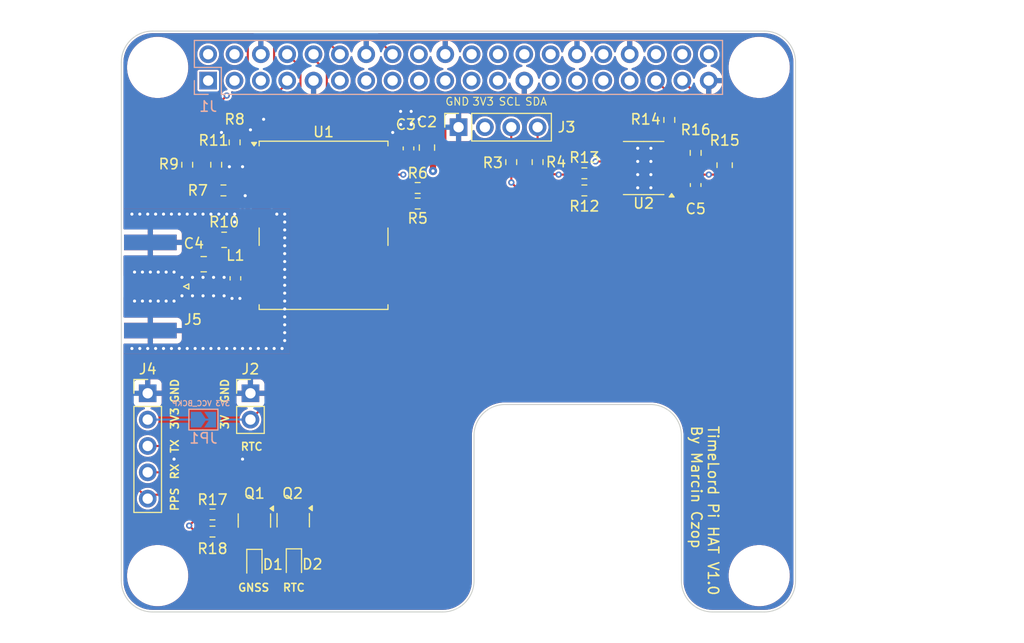
<source format=kicad_pcb>
(kicad_pcb (version 20241229) (generator "pcbnew") (generator_version "9.0")
  (title_block (date "15 nov 2012"))
  (layers (0 "F.Cu" signal) (4 "In1.Cu" signal) (6 "In2.Cu" signal) (2 "B.Cu" signal) (13 "F.Paste" user) (15 "B.Paste" user) (5 "F.SilkS" user "F.Silkscreen") (7 "B.SilkS" user "B.Silkscreen") (1 "F.Mask" user) (3 "B.Mask" user) (25 "Edge.Cuts" user))
  (net 0 "")
  (net 1 "GND")
  (net 2 "/GPIO17")
  (net 3 "/GPIO27")
  (net 4 "/GPIO22")
  (net 5 "/GPIO10{slash}SPI0.MOSI")
  (net 6 "/GPIO9{slash}SPI0.MISO")
  (net 7 "/GPIO25")
  (net 8 "/GPIO11{slash}SPI0.SCLK")
  (net 9 "/GPIO8{slash}SPI0.CE0")
  (net 10 "/GPIO7{slash}SPI0.CE1")
  (net 11 "/ID_SDA")
  (net 12 "/ID_SCL")
  (net 13 "/GPIO5")
  (net 14 "/GPIO6")
  (net 15 "/GPIO12{slash}PWM0")
  (net 16 "/GPIO13{slash}PWM1")
  (net 17 "/GPIO16")
  (net 18 "/GPIO20{slash}PCM.DIN")
  (net 19 "/GPIO21{slash}PCM.DOUT")
  (net 20 "+5V")
  (net 21 "UART_TX")
  (net 22 "+3.3V")
  (net 23 "UART_RX")
  (net 24 "SCL")
  (net 25 "SDA")
  (net 26 "PPS")
  (net 27 "VCC_BCKP")
  (net 28 "RESET")
  (net 29 "SAFEBOOT")
  (net 30 "EXTINT")
  (net 31 "PPS_RTC")
  (net 32 "RTC_RESET")
  (net 33 "Net-(D1-K)")
  (net 34 "Net-(D2-K)")
  (net 35 "Net-(C4-Pad1)")
  (net 36 "Net-(J3-Pin_3)")
  (net 37 "Net-(J3-Pin_4)")
  (net 38 "Net-(J5-In)")
  (net 39 "Net-(U1-TXD)")
  (net 40 "Net-(U1-RXD)")
  (net 41 "Net-(U1-EXTINT)")
  (net 42 "Net-(U1-SAFEBOOT_N)")
  (net 43 "Net-(U1-~{RESET})")
  (net 44 "Net-(U1-VCC_RF)")
  (net 45 "Net-(U1-TIMEPULSE)")
  (net 46 "Net-(U2-SCL)")
  (net 47 "Net-(U2-SDA)")
  (net 48 "Net-(U2-~{RST})")
  (net 49 "Net-(U2-~{INT}{slash}SQW)")
  (net 56 "Net-(D1-A)")
  (net 57 "Net-(D2-A)")
  (footprint "Connector_PinSocket_2.54mm:PinSocket_1x04_P2.54mm_Vertical" (layer "F.Cu") (at 132.512 53.264 90)
    (property "Reference" "J3" (at 0 10.414 180) (layer "F.SilkS"))
    (property "Value" "OLED")
    (pad "1" thru_hole rect (at 0 0 90) (size 1.7 1.7) (drill 1) (layers "*.Cu" "*.Mask") (net 1 "GND"))
    (pad "2" thru_hole oval (at 0 2.54 90) (size 1.7 1.7) (drill 1) (layers "*.Cu" "*.Mask") (net 22 "+3.3V"))
    (pad "3" thru_hole oval (at 0 5.08 90) (size 1.7 1.7) (drill 1) (layers "*.Cu" "*.Mask") (net 36 "Net-(J3-Pin_3)"))
    (pad "4" thru_hole oval (at 0 7.62 90) (size 1.7 1.7) (drill 1) (layers "*.Cu" "*.Mask") (net 37 "Net-(J3-Pin_4)"))
  )
  (footprint "MountingHole:MountingHole_2.7mm_M2.5" (layer "F.Cu") (at 161.5 47.5)
    (property "Reference" "MH2" (hide yes))
    (property "Value" "MountingHole_2.7mm_M2.5" (hide yes))
    (pad "" np_thru_hole circle (at 0 0) (size 2.7 2.7) (drill 2.7) (layers "*.Cu" "*.Mask"))
  )
  (footprint "Resistor_SMD:R_0603_1608Metric" (layer "F.Cu") (at 108.7865 92.253)
    (property "Reference" "R18" (at 0 1.651 0) (layer "F.SilkS"))
    (property "Value" "470")
    (pad "1" smd roundrect (at -0.825 0) (size 0.8 0.95) (layers "F.Cu" "F.Mask" "F.Paste") (net 22 "+3.3V"))
    (pad "2" smd roundrect (at 0.825 0) (size 0.8 0.95) (layers "F.Cu" "F.Mask" "F.Paste") (net 57 "Net-(D2-A)"))
  )
  (footprint "Resistor_SMD:R_0603_1608Metric" (layer "F.Cu") (at 140.132 56.629 -90)
    (property "Reference" "R4" (at 0 -1.778 0) (layer "F.SilkS"))
    (property "Value" "33")
    (pad "1" smd roundrect (at -0.825 0 270) (size 0.8 0.95) (layers "F.Cu" "F.Mask" "F.Paste") (net 37 "Net-(J3-Pin_4)"))
    (pad "2" smd roundrect (at 0.825 0 270) (size 0.8 0.95) (layers "F.Cu" "F.Mask" "F.Paste") (net 25 "SDA"))
  )
  (footprint "Resistor_SMD:R_0603_1608Metric" (layer "F.Cu") (at 155.372 55.741 -90)
    (property "Reference" "R16" (at -2.223 0 180) (layer "F.SilkS"))
    (property "Value" "33")
    (pad "1" smd roundrect (at -0.825 0 270) (size 0.8 0.95) (layers "F.Cu" "F.Mask" "F.Paste") (net 31 "PPS_RTC"))
    (pad "2" smd roundrect (at 0.825 0 270) (size 0.8 0.95) (layers "F.Cu" "F.Mask" "F.Paste") (net 49 "Net-(U2-~{INT}{slash}SQW)"))
  )
  (footprint "Resistor_SMD:R_0603_1608Metric" (layer "F.Cu") (at 108.7865 90.602)
    (property "Reference" "R17" (at 0 -1.43 0) (layer "F.SilkS"))
    (property "Value" "470")
    (pad "1" smd roundrect (at -0.825 0) (size 0.8 0.95) (layers "F.Cu" "F.Mask" "F.Paste") (net 22 "+3.3V"))
    (pad "2" smd roundrect (at 0.825 0) (size 0.8 0.95) (layers "F.Cu" "F.Mask" "F.Paste") (net 56 "Net-(D1-A)"))
  )
  (footprint "Resistor_SMD:R_0603_1608Metric" (layer "F.Cu") (at 137.592 56.629 90)
    (property "Reference" "R3" (at -0.063 -1.778 0) (layer "F.SilkS"))
    (property "Value" "33")
    (pad "1" smd roundrect (at -0.825 0 90) (size 0.8 0.95) (layers "F.Cu" "F.Mask" "F.Paste") (net 24 "SCL"))
    (pad "2" smd roundrect (at 0.825 0 90) (size 0.8 0.95) (layers "F.Cu" "F.Mask" "F.Paste") (net 36 "Net-(J3-Pin_3)"))
  )
  (footprint "Resistor_SMD:R_0603_1608Metric" (layer "F.Cu") (at 109.144 56.883 -90)
    (property "Reference" "R11" (at -2.349 0.254 180) (layer "F.SilkS"))
    (property "Value" "33")
    (pad "1" smd roundrect (at -0.825 0 270) (size 0.8 0.95) (layers "F.Cu" "F.Mask" "F.Paste") (net 26 "PPS"))
    (pad "2" smd roundrect (at 0.825 0 270) (size 0.8 0.95) (layers "F.Cu" "F.Mask" "F.Paste") (net 45 "Net-(U1-TIMEPULSE)"))
  )
  (footprint "Package_TO_SOT_SMD:SOT-23" (layer "F.Cu") (at 116.571 91.1585 -90)
    (property "Reference" "Q2" (at -2.5885 0.061 180) (layer "F.SilkS"))
    (property "Value" "BC846")
    (pad "1" smd roundrect (at -0.9375 -0.95 270) (size 1.475 0.6) (layers "F.Cu" "F.Mask" "F.Paste") (net 31 "PPS_RTC"))
    (pad "2" smd roundrect (at -0.9375 0.95 270) (size 1.475 0.6) (layers "F.Cu" "F.Mask" "F.Paste") (net 1 "GND"))
    (pad "3" smd roundrect (at 0.9375 0 270) (size 1.475 0.6) (layers "F.Cu" "F.Mask" "F.Paste") (net 34 "Net-(D2-K)"))
  )
  (footprint "RF_GPS:ublox_NEO" (layer "F.Cu") (at 119.496 62.724)
    (property "Reference" "U1" (at 0 -9 0) (layer "F.SilkS"))
    (property "Value" "NEO-F10T")
    (pad "1" smd roundrect (at -6 -7) (size 1.8 0.8) (layers "F.Cu" "F.Mask" "F.Paste") (net 42 "Net-(U1-SAFEBOOT_N)"))
    (pad "2" smd roundrect (at -6 -5.9) (size 1.8 0.8) (layers "F.Cu" "F.Mask" "F.Paste"))
    (pad "3" smd roundrect (at -6 -4.8) (size 1.8 0.8) (layers "F.Cu" "F.Mask" "F.Paste") (net 45 "Net-(U1-TIMEPULSE)"))
    (pad "4" smd roundrect (at -6 -3.7) (size 1.8 0.8) (layers "F.Cu" "F.Mask" "F.Paste") (net 41 "Net-(U1-EXTINT)"))
    (pad "5" smd roundrect (at -6 -2.6) (size 1.8 0.8) (layers "F.Cu" "F.Mask" "F.Paste"))
    (pad "6" smd roundrect (at -6 -1.5) (size 1.8 0.8) (layers "F.Cu" "F.Mask" "F.Paste"))
    (pad "7" smd roundrect (at -6 -0.4) (size 1.8 0.8) (layers "F.Cu" "F.Mask" "F.Paste"))
    (pad "8" smd roundrect (at -6 2.6) (size 1.8 0.8) (layers "F.Cu" "F.Mask" "F.Paste") (net 43 "Net-(U1-~{RESET})"))
    (pad "9" smd roundrect (at -6 3.7) (size 1.8 0.8) (layers "F.Cu" "F.Mask" "F.Paste") (net 44 "Net-(U1-VCC_RF)"))
    (pad "10" smd roundrect (at -6 4.8) (size 1.8 0.8) (layers "F.Cu" "F.Mask" "F.Paste") (net 1 "GND"))
    (pad "11" smd roundrect (at -6 5.9) (size 1.8 0.8) (layers "F.Cu" "F.Mask" "F.Paste") (net 38 "Net-(J5-In)"))
    (pad "12" smd roundrect (at -6 7) (size 1.8 0.8) (layers "F.Cu" "F.Mask" "F.Paste") (net 1 "GND"))
    (pad "13" smd roundrect (at 6 7) (size 1.8 0.8) (layers "F.Cu" "F.Mask" "F.Paste") (net 1 "GND"))
    (pad "14" smd roundrect (at 6 5.9) (size 1.8 0.8) (layers "F.Cu" "F.Mask" "F.Paste"))
    (pad "15" smd roundrect (at 6 4.8) (size 1.8 0.8) (layers "F.Cu" "F.Mask" "F.Paste"))
    (pad "16" smd roundrect (at 6 3.7) (size 1.8 0.8) (layers "F.Cu" "F.Mask" "F.Paste"))
    (pad "17" smd roundrect (at 6 2.6) (size 1.8 0.8) (layers "F.Cu" "F.Mask" "F.Paste"))
    (pad "18" smd roundrect (at 6 -0.4) (size 1.8 0.8) (layers "F.Cu" "F.Mask" "F.Paste"))
    (pad "19" smd roundrect (at 6 -1.5) (size 1.8 0.8) (layers "F.Cu" "F.Mask" "F.Paste"))
    (pad "20" smd roundrect (at 6 -2.6) (size 1.8 0.8) (layers "F.Cu" "F.Mask" "F.Paste") (net 39 "Net-(U1-TXD)"))
    (pad "21" smd roundrect (at 6 -3.7) (size 1.8 0.8) (layers "F.Cu" "F.Mask" "F.Paste") (net 40 "Net-(U1-RXD)"))
    (pad "22" smd roundrect (at 6 -4.8) (size 1.8 0.8) (layers "F.Cu" "F.Mask" "F.Paste") (net 27 "VCC_BCKP"))
    (pad "23" smd roundrect (at 6 -5.9) (size 1.8 0.8) (layers "F.Cu" "F.Mask" "F.Paste") (net 22 "+3.3V"))
    (pad "24" smd roundrect (at 6 -7) (size 1.8 0.8) (layers "F.Cu" "F.Mask" "F.Paste") (net 1 "GND"))
  )
  (footprint "Package_SO:SOIC-8_3.9x4.9mm_P1.27mm" (layer "F.Cu") (at 150.357 57.201 180)
    (property "Reference" "U2" (at 0 -3.4 0) (layer "F.SilkS"))
    (property "Value" "DS3232M")
    (pad "1" smd roundrect (at -2.475 -1.905 180) (size 1.95 0.6) (layers "F.Cu" "F.Mask" "F.Paste"))
    (pad "2" smd roundrect (at -2.475 -0.635 180) (size 1.95 0.6) (layers "F.Cu" "F.Mask" "F.Paste") (net 22 "+3.3V"))
    (pad "3" smd roundrect (at -2.475 0.635 180) (size 1.95 0.6) (layers "F.Cu" "F.Mask" "F.Paste") (net 49 "Net-(U2-~{INT}{slash}SQW)"))
    (pad "4" smd roundrect (at -2.475 1.905 180) (size 1.95 0.6) (layers "F.Cu" "F.Mask" "F.Paste") (net 48 "Net-(U2-~{RST})"))
    (pad "5" smd roundrect (at 2.475 1.905 180) (size 1.95 0.6) (layers "F.Cu" "F.Mask" "F.Paste") (net 1 "GND"))
    (pad "6" smd roundrect (at 2.475 0.635 180) (size 1.95 0.6) (layers "F.Cu" "F.Mask" "F.Paste") (net 27 "VCC_BCKP"))
    (pad "7" smd roundrect (at 2.475 -0.635 180) (size 1.95 0.6) (layers "F.Cu" "F.Mask" "F.Paste") (net 47 "Net-(U2-SDA)"))
    (pad "8" smd roundrect (at 2.475 -1.905 180) (size 1.95 0.6) (layers "F.Cu" "F.Mask" "F.Paste") (net 46 "Net-(U2-SCL)"))
  )
  (footprint "Resistor_SMD:R_0805_2012Metric" (layer "F.Cu") (at 158.166 56.9235 -90)
    (property "Reference" "R15" (at -2.3895 0 180) (layer "F.SilkS"))
    (property "Value" "10k")
    (pad "1" smd roundrect (at -0.9125 0 270) (size 1.025 1.4) (layers "F.Cu" "F.Mask" "F.Paste") (roundrect_rratio 0.243902) (net 49 "Net-(U2-~{INT}{slash}SQW)"))
    (pad "2" smd roundrect (at 0.9125 0 270) (size 1.025 1.4) (layers "F.Cu" "F.Mask" "F.Paste") (roundrect_rratio 0.243902) (net 22 "+3.3V"))
  )
  (footprint "MountingHole:MountingHole_2.7mm_M2.5" (layer "F.Cu") (at 103.5 96.5)
    (property "Reference" "MH3" (hide yes))
    (property "Value" "MountingHole_2.7mm_M2.5" (hide yes))
    (pad "" np_thru_hole circle (at 0 0) (size 2.7 2.7) (drill 2.7) (layers "*.Cu" "*.Mask"))
  )
  (footprint "Capacitor_SMD:C_0603_1608Metric" (layer "F.Cu") (at 127.686 55.309 -90)
    (property "Reference" "C3" (at -2.299 0.254 180) (layer "F.SilkS"))
    (property "Value" "1u")
    (pad "1" smd roundrect (at -0.775 0 270) (size 0.9 0.95) (layers "F.Cu" "F.Mask" "F.Paste") (net 1 "GND"))
    (pad "2" smd roundrect (at 0.775 0 270) (size 0.9 0.95) (layers "F.Cu" "F.Mask" "F.Paste") (net 22 "+3.3V"))
  )
  (footprint "Capacitor_SMD:C_0805_2012Metric" (layer "F.Cu") (at 107.94 66.472 180)
    (property "Reference" "C4" (at 0.95 2 0) (layer "F.SilkS"))
    (property "Value" "10n")
    (pad "1" smd roundrect (at -0.95 0 180) (size 1 1.45) (layers "F.Cu" "F.Mask" "F.Paste") (net 35 "Net-(C4-Pad1)"))
    (pad "2" smd roundrect (at 0.95 0 180) (size 1 1.45) (layers "F.Cu" "F.Mask" "F.Paste") (net 1 "GND"))
  )
  (footprint "Resistor_SMD:R_0603_1608Metric" (layer "F.Cu") (at 110.922 54.725 -90)
    (property "Reference" "R8" (at -2.223 0 180) (layer "F.SilkS"))
    (property "Value" "33")
    (pad "1" smd roundrect (at -0.825 0 270) (size 0.8 0.95) (layers "F.Cu" "F.Mask" "F.Paste") (net 29 "SAFEBOOT"))
    (pad "2" smd roundrect (at 0.825 0 270) (size 0.8 0.95) (layers "F.Cu" "F.Mask" "F.Paste") (net 42 "Net-(U1-SAFEBOOT_N)"))
  )
  (footprint "Connector_PinHeader_2.54mm:PinHeader_1x02_P2.54mm_Vertical" (layer "F.Cu") (at 112.446 78.918)
    (property "Reference" "J2" (at 0 -2.33 0) (layer "F.SilkS"))
    (property "Value" "BCKP_PWR")
    (pad "1" thru_hole rect (at 0 0) (size 1.7 1.7) (drill 1) (layers "*.Cu" "*.Mask") (net 1 "GND"))
    (pad "2" thru_hole oval (at 0 2.54) (size 1.7 1.7) (drill 1) (layers "*.Cu" "*.Mask") (net 27 "VCC_BCKP"))
  )
  (footprint "MountingHole:MountingHole_2.7mm_M2.5" (layer "F.Cu") (at 103.5 47.5)
    (property "Reference" "MH1" (hide yes))
    (property "Value" "MountingHole_2.7mm_M2.5" (hide yes))
    (pad "" np_thru_hole circle (at 0 0) (size 2.7 2.7) (drill 2.7) (layers "*.Cu" "*.Mask"))
  )
  (footprint "Resistor_SMD:R_0603_1608Metric" (layer "F.Cu") (at 144.641 59.36)
    (property "Reference" "R12" (at 0 1.524 0) (layer "F.SilkS"))
    (property "Value" "33")
    (pad "1" smd roundrect (at -0.825 0) (size 0.8 0.95) (layers "F.Cu" "F.Mask" "F.Paste") (net 24 "SCL"))
    (pad "2" smd roundrect (at 0.825 0) (size 0.8 0.95) (layers "F.Cu" "F.Mask" "F.Paste") (net 46 "Net-(U2-SCL)"))
  )
  (footprint "Connector_PinHeader_2.54mm:PinHeader_1x05_P2.54mm_Vertical" (layer "F.Cu") (at 102.54 78.918)
    (property "Reference" "J4" (at 0 -2.33 0) (layer "F.SilkS"))
    (property "Value" "EXTERNAL")
    (pad "1" thru_hole rect (at 0 0) (size 1.7 1.7) (drill 1) (layers "*.Cu" "*.Mask") (net 1 "GND"))
    (pad "2" thru_hole oval (at 0 2.54) (size 1.7 1.7) (drill 1) (layers "*.Cu" "*.Mask") (net 22 "+3.3V"))
    (pad "3" thru_hole oval (at 0 5.08) (size 1.7 1.7) (drill 1) (layers "*.Cu" "*.Mask") (net 21 "UART_TX"))
    (pad "4" thru_hole oval (at 0 7.62) (size 1.7 1.7) (drill 1) (layers "*.Cu" "*.Mask") (net 23 "UART_RX"))
    (pad "5" thru_hole oval (at 0 10.16) (size 1.7 1.7) (drill 1) (layers "*.Cu" "*.Mask") (net 26 "PPS"))
  )
  (footprint "Capacitor_SMD:C_0805_2012Metric" (layer "F.Cu") (at 129.464 55.23 -90)
    (property "Reference" "C2" (at -2.474 0 180) (layer "F.SilkS"))
    (property "Value" "22u")
    (pad "1" smd roundrect (at -0.95 0 270) (size 1 1.45) (layers "F.Cu" "F.Mask" "F.Paste") (net 1 "GND"))
    (pad "2" smd roundrect (at 0.95 0 270) (size 1 1.45) (layers "F.Cu" "F.Mask" "F.Paste") (net 22 "+3.3V"))
  )
  (footprint "Resistor_SMD:R_0603_1608Metric" (layer "F.Cu") (at 152.832 52.565 90)
    (property "Reference" "R14" (at 0.063 -2.286 180) (layer "F.SilkS"))
    (property "Value" "33")
    (pad "1" smd roundrect (at -0.825 0 90) (size 0.8 0.95) (layers "F.Cu" "F.Mask" "F.Paste") (net 48 "Net-(U2-~{RST})"))
    (pad "2" smd roundrect (at 0.825 0 90) (size 0.8 0.95) (layers "F.Cu" "F.Mask" "F.Paste") (net 32 "RTC_RESET"))
  )
  (footprint "Inductor_SMD:L_0603_1608Metric" (layer "F.Cu") (at 110.996 67.8365 -90)
    (property "Reference" "L1" (at -2.2125 0 180) (layer "F.SilkS"))
    (property "Value" "47n")
    (pad "1" smd roundrect (at -0.7875 0 270) (size 0.875 0.95) (layers "F.Cu" "F.Mask" "F.Paste") (net 35 "Net-(C4-Pad1)"))
    (pad "2" smd roundrect (at 0.7875 0 270) (size 0.875 0.95) (layers "F.Cu" "F.Mask" "F.Paste") (net 38 "Net-(J5-In)"))
  )
  (footprint "Resistor_SMD:R_0603_1608Metric" (layer "F.Cu") (at 144.641 57.709 180)
    (property "Reference" "R13" (at 0 1.524 0) (layer "F.SilkS"))
    (property "Value" "33")
    (pad "1" smd roundrect (at -0.825 0 180) (size 0.8 0.95) (layers "F.Cu" "F.Mask" "F.Paste") (net 47 "Net-(U2-SDA)"))
    (pad "2" smd roundrect (at 0.825 0 180) (size 0.8 0.95) (layers "F.Cu" "F.Mask" "F.Paste") (net 25 "SDA"))
  )
  (footprint "MountingHole:MountingHole_2.7mm_M2.5" (layer "F.Cu") (at 161.5 96.5)
    (property "Reference" "MH4" (hide yes))
    (property "Value" "MountingHole_2.7mm_M2.5" (hide yes))
    (pad "" np_thru_hole circle (at 0 0) (size 2.7 2.7) (drill 2.7) (layers "*.Cu" "*.Mask"))
  )
  (footprint "LED_SMD:LED_0603_1608Metric" (layer "F.Cu") (at 116.637 95.4025 -90)
    (property "Reference" "D2" (at 0 -1.778 180) (layer "F.SilkS"))
    (property "Value" "LED")
    (pad "1" smd roundrect (at -0.7875 0 270) (size 0.875 0.95) (layers "F.Cu" "F.Mask" "F.Paste") (net 34 "Net-(D2-K)"))
    (pad "2" smd roundrect (at 0.7875 0 270) (size 0.875 0.95) (layers "F.Cu" "F.Mask" "F.Paste") (net 57 "Net-(D2-A)"))
  )
  (footprint "Package_TO_SOT_SMD:SOT-23" (layer "F.Cu") (at 112.827 91.1885 -90)
    (property "Reference" "Q1" (at -2.6185 0 180) (layer "F.SilkS"))
    (property "Value" "BC846")
    (pad "1" smd roundrect (at -0.9375 -0.95 270) (size 1.475 0.6) (layers "F.Cu" "F.Mask" "F.Paste") (net 26 "PPS"))
    (pad "2" smd roundrect (at -0.9375 0.95 270) (size 1.475 0.6) (layers "F.Cu" "F.Mask" "F.Paste") (net 1 "GND"))
    (pad "3" smd roundrect (at 0.9375 0 270) (size 1.475 0.6) (layers "F.Cu" "F.Mask" "F.Paste") (net 33 "Net-(D1-K)"))
  )
  (footprint "LED_SMD:LED_0603_1608Metric" (layer "F.Cu") (at 112.827 95.4535 -90)
    (property "Reference" "D1" (at -0.0255 -1.778 180) (layer "F.SilkS"))
    (property "Value" "LED")
    (pad "1" smd roundrect (at -0.7875 0 270) (size 0.875 0.95) (layers "F.Cu" "F.Mask" "F.Paste") (net 33 "Net-(D1-K)"))
    (pad "2" smd roundrect (at 0.7875 0 270) (size 0.875 0.95) (layers "F.Cu" "F.Mask" "F.Paste") (net 56 "Net-(D1-A)"))
  )
  (footprint "Resistor_SMD:R_0603_1608Metric" (layer "F.Cu") (at 128.571 59.124)
    (property "Reference" "R6" (at 0 -1.43 0) (layer "F.SilkS"))
    (property "Value" "33")
    (pad "1" smd roundrect (at -0.825 0) (size 0.8 0.95) (layers "F.Cu" "F.Mask" "F.Paste") (net 40 "Net-(U1-RXD)"))
    (pad "2" smd roundrect (at 0.825 0) (size 0.8 0.95) (layers "F.Cu" "F.Mask" "F.Paste") (net 21 "UART_TX"))
  )
  (footprint "Resistor_SMD:R_0603_1608Metric" (layer "F.Cu") (at 128.571 60.624 180)
    (property "Reference" "R5" (at 0 -1.43 0) (layer "F.SilkS"))
    (property "Value" "33")
    (pad "1" smd roundrect (at -0.825 0 180) (size 0.8 0.95) (layers "F.Cu" "F.Mask" "F.Paste") (net 23 "UART_RX"))
    (pad "2" smd roundrect (at 0.825 0 180) (size 0.8 0.95) (layers "F.Cu" "F.Mask" "F.Paste") (net 39 "Net-(U1-TXD)"))
  )
  (footprint "Resistor_SMD:R_0805_2012Metric" (layer "F.Cu") (at 109.9085 64.124 180)
    (property "Reference" "R10" (at 0.0025 1.716 0) (layer "F.SilkS"))
    (property "Value" "10")
    (pad "1" smd roundrect (at -0.9125 0 180) (size 1.025 1.4) (layers "F.Cu" "F.Mask" "F.Paste") (roundrect_rratio 0.243902) (net 44 "Net-(U1-VCC_RF)"))
    (pad "2" smd roundrect (at 0.9125 0 180) (size 1.025 1.4) (layers "F.Cu" "F.Mask" "F.Paste") (roundrect_rratio 0.243902) (net 35 "Net-(C4-Pad1)"))
  )
  (footprint "Resistor_SMD:R_0603_1608Metric" (layer "F.Cu") (at 106.35 56.883 90)
    (property "Reference" "R9" (at 0.063 -1.778 180) (layer "F.SilkS"))
    (property "Value" "33")
    (pad "1" smd roundrect (at -0.825 0 90) (size 0.8 0.95) (layers "F.Cu" "F.Mask" "F.Paste") (net 43 "Net-(U1-~{RESET})"))
    (pad "2" smd roundrect (at 0.825 0 90) (size 0.8 0.95) (layers "F.Cu" "F.Mask" "F.Paste") (net 28 "RESET"))
  )
  (footprint "Connector_Coaxial:SMA_Amphenol_132289_EdgeMount" (layer "F.Cu") (at 102.794 68.624 180)
    (property "Reference" "J5" (at -4.108 -3.182 180) (layer "F.SilkS"))
    (property "Value" "SMA")
    (pad "1" smd rect (at 0 0 270) (size 1.5 5.08) (layers "F.Cu" "F.Mask" "F.Paste") (net 38 "Net-(J5-In)"))
    (pad "2" smd rect (at 0 -4.25 270) (size 1.5 5.08) (layers "F.Cu" "F.Mask" "F.Paste") (net 1 "GND"))
    (pad "2" smd rect (at 0 -4.25 270) (size 1.5 5.08) (layers "B.Cu" "B.Mask" "B.Paste") (net 1 "GND"))
    (pad "2" smd rect (at 0 4.25 270) (size 1.5 5.08) (layers "F.Cu" "F.Mask" "F.Paste") (net 1 "GND"))
    (pad "2" smd rect (at 0 4.25 270) (size 1.5 5.08) (layers "B.Cu" "B.Mask" "B.Paste") (net 1 "GND"))
  )
  (footprint "Resistor_SMD:R_0603_1608Metric" (layer "F.Cu") (at 109.843 59.36)
    (property "Reference" "R7" (at -2.477 0 0) (layer "F.SilkS"))
    (property "Value" "33")
    (pad "1" smd roundrect (at -0.825 0) (size 0.8 0.95) (layers "F.Cu" "F.Mask" "F.Paste") (net 30 "EXTINT"))
    (pad "2" smd roundrect (at 0.825 0) (size 0.8 0.95) (layers "F.Cu" "F.Mask" "F.Paste") (net 41 "Net-(U1-EXTINT)"))
  )
  (footprint "Capacitor_SMD:C_0603_1608Metric" (layer "F.Cu") (at 155.372 58.839 -90)
    (property "Reference" "C5" (at 2.299 0 180) (layer "F.SilkS"))
    (property "Value" "1u")
    (pad "1" smd roundrect (at -0.775 0 270) (size 0.9 0.95) (layers "F.Cu" "F.Mask" "F.Paste") (net 22 "+3.3V"))
    (pad "2" smd roundrect (at 0.775 0 270) (size 0.9 0.95) (layers "F.Cu" "F.Mask" "F.Paste") (net 1 "GND"))
  )
  (footprint "Connector_PinSocket_2.54mm:PinSocket_2x20_P2.54mm_Vertical" (layer "B.Cu") (at 108.37 48.77 -90)
    (property "Reference" "J1" (at 2.5 0 0) (layer "B.SilkS") (effects (justify mirror)))
    (property "Value" "GPIO")
    (pad "1" thru_hole rect (at 0 0 270) (size 1.7 1.7) (drill 1) (layers "*.Cu" "*.Mask") (net 22 "+3.3V"))
    (pad "2" thru_hole oval (at -2.54 0 270) (size 1.7 1.7) (drill 1) (layers "*.Cu" "*.Mask") (net 20 "+5V"))
    (pad "3" thru_hole oval (at 0 -2.54 270) (size 1.7 1.7) (drill 1) (layers "*.Cu" "*.Mask") (net 25 "SDA"))
    (pad "4" thru_hole oval (at -2.54 -2.54 270) (size 1.7 1.7) (drill 1) (layers "*.Cu" "*.Mask") (net 20 "+5V"))
    (pad "5" thru_hole oval (at 0 -5.08 270) (size 1.7 1.7) (drill 1) (layers "*.Cu" "*.Mask") (net 24 "SCL"))
    (pad "6" thru_hole oval (at -2.54 -5.08 270) (size 1.7 1.7) (drill 1) (layers "*.Cu" "*.Mask") (net 1 "GND"))
    (pad "7" thru_hole oval (at 0 -7.62 270) (size 1.7 1.7) (drill 1) (layers "*.Cu" "*.Mask") (net 26 "PPS"))
    (pad "8" thru_hole oval (at -2.54 -7.62 270) (size 1.7 1.7) (drill 1) (layers "*.Cu" "*.Mask") (net 21 "UART_TX"))
    (pad "9" thru_hole oval (at 0 -10.16 270) (size 1.7 1.7) (drill 1) (layers "*.Cu" "*.Mask") (net 1 "GND"))
    (pad "10" thru_hole oval (at -2.54 -10.16 270) (size 1.7 1.7) (drill 1) (layers "*.Cu" "*.Mask") (net 23 "UART_RX"))
    (pad "11" thru_hole oval (at 0 -12.7 270) (size 1.7 1.7) (drill 1) (layers "*.Cu" "*.Mask") (net 2 "/GPIO17"))
    (pad "12" thru_hole oval (at -2.54 -12.7 270) (size 1.7 1.7) (drill 1) (layers "*.Cu" "*.Mask") (net 29 "SAFEBOOT"))
    (pad "13" thru_hole oval (at 0 -15.24 270) (size 1.7 1.7) (drill 1) (layers "*.Cu" "*.Mask") (net 3 "/GPIO27"))
    (pad "14" thru_hole oval (at -2.54 -15.24 270) (size 1.7 1.7) (drill 1) (layers "*.Cu" "*.Mask") (net 1 "GND"))
    (pad "15" thru_hole oval (at 0 -17.78 270) (size 1.7 1.7) (drill 1) (layers "*.Cu" "*.Mask") (net 4 "/GPIO22"))
    (pad "16" thru_hole oval (at -2.54 -17.78 270) (size 1.7 1.7) (drill 1) (layers "*.Cu" "*.Mask") (net 30 "EXTINT"))
    (pad "17" thru_hole oval (at 0 -20.32 270) (size 1.7 1.7) (drill 1) (layers "*.Cu" "*.Mask") (net 22 "+3.3V"))
    (pad "18" thru_hole oval (at -2.54 -20.32 270) (size 1.7 1.7) (drill 1) (layers "*.Cu" "*.Mask") (net 28 "RESET"))
    (pad "19" thru_hole oval (at 0 -22.86 270) (size 1.7 1.7) (drill 1) (layers "*.Cu" "*.Mask") (net 5 "/GPIO10{slash}SPI0.MOSI"))
    (pad "20" thru_hole oval (at -2.54 -22.86 270) (size 1.7 1.7) (drill 1) (layers "*.Cu" "*.Mask") (net 1 "GND"))
    (pad "21" thru_hole oval (at 0 -25.4 270) (size 1.7 1.7) (drill 1) (layers "*.Cu" "*.Mask") (net 6 "/GPIO9{slash}SPI0.MISO"))
    (pad "22" thru_hole oval (at -2.54 -25.4 270) (size 1.7 1.7) (drill 1) (layers "*.Cu" "*.Mask") (net 7 "/GPIO25"))
    (pad "23" thru_hole oval (at 0 -27.94 270) (size 1.7 1.7) (drill 1) (layers "*.Cu" "*.Mask") (net 8 "/GPIO11{slash}SPI0.SCLK"))
    (pad "24" thru_hole oval (at -2.54 -27.94 270) (size 1.7 1.7) (drill 1) (layers "*.Cu" "*.Mask") (net 9 "/GPIO8{slash}SPI0.CE0"))
    (pad "25" thru_hole oval (at 0 -30.48 270) (size 1.7 1.7) (drill 1) (layers "*.Cu" "*.Mask") (net 1 "GND"))
    (pad "26" thru_hole oval (at -2.54 -30.48 270) (size 1.7 1.7) (drill 1) (layers "*.Cu" "*.Mask") (net 10 "/GPIO7{slash}SPI0.CE1"))
    (pad "27" thru_hole oval (at 0 -33.02 270) (size 1.7 1.7) (drill 1) (layers "*.Cu" "*.Mask") (net 11 "/ID_SDA"))
    (pad "28" thru_hole oval (at -2.54 -33.02 270) (size 1.7 1.7) (drill 1) (layers "*.Cu" "*.Mask") (net 12 "/ID_SCL"))
    (pad "29" thru_hole oval (at 0 -35.56 270) (size 1.7 1.7) (drill 1) (layers "*.Cu" "*.Mask") (net 13 "/GPIO5"))
    (pad "30" thru_hole oval (at -2.54 -35.56 270) (size 1.7 1.7) (drill 1) (layers "*.Cu" "*.Mask") (net 1 "GND"))
    (pad "31" thru_hole oval (at 0 -38.1 270) (size 1.7 1.7) (drill 1) (layers "*.Cu" "*.Mask") (net 14 "/GPIO6"))
    (pad "32" thru_hole oval (at -2.54 -38.1 270) (size 1.7 1.7) (drill 1) (layers "*.Cu" "*.Mask") (net 15 "/GPIO12{slash}PWM0"))
    (pad "33" thru_hole oval (at 0 -40.64 270) (size 1.7 1.7) (drill 1) (layers "*.Cu" "*.Mask") (net 16 "/GPIO13{slash}PWM1"))
    (pad "34" thru_hole oval (at -2.54 -40.64 270) (size 1.7 1.7) (drill 1) (layers "*.Cu" "*.Mask") (net 1 "GND"))
    (pad "35" thru_hole oval (at 0 -43.18 270) (size 1.7 1.7) (drill 1) (layers "*.Cu" "*.Mask") (net 32 "RTC_RESET"))
    (pad "36" thru_hole oval (at -2.54 -43.18 270) (size 1.7 1.7) (drill 1) (layers "*.Cu" "*.Mask") (net 17 "/GPIO16"))
    (pad "37" thru_hole oval (at 0 -45.72 270) (size 1.7 1.7) (drill 1) (layers "*.Cu" "*.Mask") (net 31 "PPS_RTC"))
    (pad "38" thru_hole oval (at -2.54 -45.72 270) (size 1.7 1.7) (drill 1) (layers "*.Cu" "*.Mask") (net 18 "/GPIO20{slash}PCM.DIN"))
    (pad "39" thru_hole oval (at 0 -48.26 270) (size 1.7 1.7) (drill 1) (layers "*.Cu" "*.Mask") (net 1 "GND"))
    (pad "40" thru_hole oval (at -2.54 -48.26 270) (size 1.7 1.7) (drill 1) (layers "*.Cu" "*.Mask") (net 19 "/GPIO21{slash}PCM.DOUT"))
  )
  (footprint "Jumper:SolderJumper-2_P1.3mm_Open_TrianglePad1.0x1.5mm" (layer "B.Cu") (at 107.911 81.458)
    (property "Reference" "JP1" (at 0 1.8 0) (layer "B.SilkS") (effects (justify mirror)))
    (property "Value" "VCC_BCPK_JMPR")
    (pad "1" smd custom (at -0.725 0) (size 0.3 0.3) (layers "B.Cu" "B.Mask") (net 22 "+3.3V") (options (clearance outline) (anchor rect)) (primitives (gr_poly (pts (xy 1 0) (xy 0.5 -0.75) (xy -0.5 -0.75) (xy -0.5 0.75) (xy 0.5 0.75)) (width 0) (fill yes))))
    (pad "2" smd custom (at 0.725 0) (size 0.3 0.3) (layers "B.Cu" "B.Mask") (net 27 "VCC_BCKP") (options (clearance outline) (anchor rect)) (primitives (gr_poly (pts (xy 0.5 -0.75) (xy -0.65 -0.75) (xy -0.15 0) (xy -0.65 0.75) (xy 0.5 0.75)) (width 0) (fill yes))))
  )
  (gr_arc (start 162 44) (mid 164.12132 44.87868) (end 165 47) (stroke (width 0.1)) (layer "Edge.Cuts"))
  (gr_line (start 165 97) (end 165 47) (stroke (width 0.1)) (layer "Edge.Cuts"))
  (gr_line (start 100 47) (end 100 81) (stroke (width 0.1)) (layer "Edge.Cuts"))
  (gr_line (start 134 97) (end 134 83) (stroke (width 0.1)) (layer "Edge.Cuts"))
  (gr_arc (start 103 100) (mid 100.87868 99.12132) (end 100 97) (stroke (width 0.1)) (layer "Edge.Cuts"))
  (gr_line (start 103 100) (end 131 100) (stroke (width 0.1)) (layer "Edge.Cuts"))
  (gr_arc (start 134 83) (mid 134.87868 80.87868) (end 137 80) (stroke (width 0.1)) (layer "Edge.Cuts"))
  (gr_arc (start 134 97) (mid 133.12132 99.12132) (end 131 100) (stroke (width 0.1)) (layer "Edge.Cuts"))
  (gr_line (start 157 100) (end 162 100) (stroke (width 0.1)) (layer "Edge.Cuts"))
  (gr_arc (start 165 97) (mid 164.12132 99.12132) (end 162 100) (stroke (width 0.1)) (layer "Edge.Cuts"))
  (gr_arc (start 157 100) (mid 154.87868 99.12132) (end 154 97) (stroke (width 0.1)) (layer "Edge.Cuts"))
  (gr_arc (start 100 47) (mid 100.87868 44.87868) (end 103 44) (stroke (width 0.1)) (layer "Edge.Cuts"))
  (gr_line (start 137 80) (end 151 80) (stroke (width 0.1)) (layer "Edge.Cuts"))
  (gr_arc (start 151 80) (mid 153.12132 80.87868) (end 154 83) (stroke (width 0.1)) (layer "Edge.Cuts"))
  (gr_line (start 100 81) (end 100 97) (stroke (width 0.1)) (layer "Edge.Cuts"))
  (gr_line (start 154 97) (end 154 83) (stroke (width 0.1)) (layer "Edge.Cuts"))
  (gr_line (start 162 44) (end 103 44) (stroke (width 0.1)) (layer "Edge.Cuts"))
  (gr_text "GNSS" (at 111.176 98.095 0) (layer "F.SilkS") (effects (font (size 0.75 0.75) (thickness 0.15) (bold yes)) (justify left bottom)))
  (gr_text "3V" (at 110.414 82.474 90) (layer "F.SilkS") (effects (font (size 0.75 0.75) (thickness 0.15) (bold yes)) (justify left bottom)))
  (gr_text "RTC\n" (at 111.43 84.506 0) (layer "F.SilkS") (effects (font (size 0.75 0.75) (thickness 0.15) (bold yes)) (justify left bottom)))
  (gr_text "RTC" (at 115.494 98.095 0) (layer "F.SilkS") (effects (font (size 0.75 0.75) (thickness 0.15) (bold yes)) (justify left bottom)))
  (gr_text "GND" (at 131.182 51.232 0) (layer "F.SilkS") (effects (font (size 0.75 0.75) (thickness 0.1)) (justify left bottom)))
  (gr_text "GND" (at 105.588 79.934 90) (layer "F.SilkS") (effects (font (size 0.75 0.75) (thickness 0.15) (bold yes)) (justify left bottom)))
  (gr_text "PPS" (at 105.588 90.348 90) (layer "F.SilkS") (effects (font (size 0.75 0.75) (thickness 0.15) (bold yes)) (justify left bottom)))
  (gr_text "SCL" (at 136.322 51.232 0) (layer "F.SilkS") (effects (font (size 0.75 0.75) (thickness 0.1)) (justify left bottom)))
  (gr_text "3V3\n" (at 133.782 51.232 0) (layer "F.SilkS") (effects (font (size 0.75 0.75) (thickness 0.1)) (justify left bottom)))
  (gr_text "GND" (at 110.414 79.934 90) (layer "F.SilkS") (effects (font (size 0.75 0.75) (thickness 0.15) (bold yes)) (justify left bottom)))
  (gr_text "SDA" (at 138.862 51.232 0) (layer "F.SilkS") (effects (font (size 0.75 0.75) (thickness 0.1)) (justify left bottom)))
  (gr_text "TX\n" (at 105.588 84.76 90) (layer "F.SilkS") (effects (font (size 0.75 0.75) (thickness 0.15) (bold yes)) (justify left bottom)))
  (gr_text "TimeLord Pi HAT V1.0\nBy Marcin Czop" (at 154.864 81.966 270) (layer "F.SilkS") (effects (font (size 1 1)) (justify left bottom)))
  (gr_text "3V3" (at 105.588 82.474 90) (layer "F.SilkS") (effects (font (size 0.75 0.75) (thickness 0.15) (bold yes)) (justify left bottom)))
  (gr_text "RX\n" (at 105.588 87.3 90) (layer "F.SilkS") (effects (font (size 0.75 0.75) (thickness 0.15) (bold yes)) (justify left bottom)))
  (gr_text "3V3 VCC_BCKP" (at 104.826 80.188 0) (layer "B.SilkS") (effects (font (size 0.5 0.5) (thickness 0.1) (bold yes)) (justify right bottom mirror)))
  (via (at 114.986 61.646) (size 0.6) (drill 0.3) (layers "F.Cu" "B.Cu") (net 1))
  (via (at 107.874 67.742) (size 0.6) (drill 0.3) (layers "F.Cu" "B.Cu") (net 1))
  (via (at 111.43 69.774) (size 0.6) (drill 0.3) (layers "F.Cu" "B.Cu") (net 1))
  (via (at 126.924 51.74) (size 0.6) (drill 0.3) (layers "F.Cu" "B.Cu") (net 1))
  (via (at 109.398 61.646) (size 0.6) (drill 0.3) (layers "F.Cu" "B.Cu") (net 1))
  (via (at 128.702 52.502) (size 0.6) (drill 0.3) (layers "F.Cu" "B.Cu") (net 1))
  (via (at 110.414 57.074) (size 0.6) (drill 0.3) (layers "F.Cu" "B.Cu") (net 1))
  (via (at 105.08 70.028) (size 0.6) (drill 0.3) (layers "F.Cu" "B.Cu") (net 1))
  (via (at 111.684 74.6) (size 0.6) (drill 0.3) (layers "F.Cu" "B.Cu") (net 1))
  (via (at 111.684 85.268) (size 0.6) (drill 0.3) (layers "F.Cu" "B.Cu") (net 1))
  (via (at 101.27 67.234) (size 0.6) (drill 0.3) (layers "F.Cu" "B.Cu") (net 1))
  (via (at 105.842 67.742) (size 0.6) (drill 0.3) (layers "F.Cu" "B.Cu") (net 1))
  (via (at 109.906 67.742) (size 0.6) (drill 0.3) (layers "F.Cu" "B.Cu") (net 1))
  (via (at 151.054 57.836) (size 0.6) (drill 0.3) (layers "F.Cu" "B.Cu") (net 1))
  (via (at 115.748 72.314) (size 0.6) (drill 0.3) (layers "F.Cu" "B.Cu") (net 1))
  (via (at 101.016 74.6) (size 0.6) (drill 0.3) (layers "F.Cu" "B.Cu") (net 1))
  (via (at 109.398 74.6) (size 0.6) (drill 0.3) (layers "F.Cu" "B.Cu") (net 1))
  (via (at 104.826 74.6) (size 0.6) (drill 0.3) (layers "F.Cu" "B.Cu") (net 1))
  (via (at 102.54 61.646) (size 0.6) (drill 0.3) (layers "F.Cu" "B.Cu") (net 1))
  (via (at 115.748 70.79) (size 0.6) (drill 0.3) (layers "F.Cu" "B.Cu") (net 1))
  (via (at 101.27 70.028) (size 0.6) (drill 0.3) (layers "F.Cu" "B.Cu") (net 1))
  (via (at 115.748 73.838) (size 0.6) (drill 0.3) (layers "F.Cu" "B.Cu") (net 1))
  (via (at 115.748 66.218) (size 0.6) (drill 0.3) (layers "F.Cu" "B.Cu") (net 1))
  (via (at 151.054 56.566) (size 0.6) (drill 0.3) (layers "F.Cu" "B.Cu") (net 1))
  (via (at 106.35 61.646) (size 0.6) (drill 0.3) (layers "F.Cu" "B.Cu") (net 1))
  (via (at 112.446 53.518) (size 0.6) (drill 0.3) (layers "F.Cu" "B.Cu") (net 1))
  (via (at 108.89 67.742) (size 0.6) (drill 0.3) (layers "F.Cu" "B.Cu") (net 1))
  (via (at 115.748 61.646) (size 0.6) (drill 0.3) (layers "F.Cu" "B.Cu") (net 1))
  (via (at 151.054 59.106) (size 0.6) (drill 0.3) (layers "F.Cu" "B.Cu") (net 1))
  (via (at 105.08 85.268) (size 0.6) (drill 0.3) (layers "F.Cu" "B.Cu") (net 1))
  (via (at 115.748 63.17) (size 0.6) (drill 0.3) (layers "F.Cu" "B.Cu") (net 1))
  (via (at 115.494 74.6) (size 0.6) (drill 0.3) (layers "F.Cu" "B.Cu") (net 1))
  (via (at 105.588 74.6) (size 0.6) (drill 0.3) (layers "F.Cu" "B.Cu") (net 1))
  (via (at 106.858 67.742) (size 0.6) (drill 0.3) (layers "F.Cu" "B.Cu") (net 1))
  (via (at 101.778 74.6) (size 0.6) (drill 0.3) (layers "F.Cu" "B.Cu") (net 1))
  (via (at 105.842 69.52) (size 0.6) (drill 0.3) (layers "F.Cu" "B.Cu") (net 1))
  (via (at 109.906 69.52) (size 0.6) (drill 0.3) (layers "F.Cu" "B.Cu") (net 1))
  (via (at 115.748 70.028) (size 0.6) (drill 0.3) (layers "F.Cu" "B.Cu") (net 1))
  (via (at 106.858 69.52) (size 0.6) (drill 0.3) (layers "F.Cu" "B.Cu") (net 1))
  (via (at 149.784 56.566) (size 0.6) (drill 0.3) (layers "F.Cu" "B.Cu") (net 1))
  (via (at 102.032 67.234) (size 0.6) (drill 0.3) (layers "F.Cu" "B.Cu") (net 1))
  (via (at 115.748 64.694) (size 0.6) (drill 0.3) (layers "F.Cu" "B.Cu") (net 1))
  (via (at 115.748 67.742) (size 0.6) (drill 0.3) (layers "F.Cu" "B.Cu") (net 1))
  (via (at 108.636 61.646) (size 0.6) (drill 0.3) (layers "F.Cu" "B.Cu") (net 1))
  (via (at 102.794 70.028) (size 0.6) (drill 0.3) (layers "F.Cu" "B.Cu") (net 1))
  (via (at 112.446 74.6) (size 0.6) (drill 0.3) (layers "F.Cu" "B.Cu") (net 1))
  (via (at 110.16 74.6) (size 0.6) (drill 0.3) (layers "F.Cu" "B.Cu") (net 1))
  (via (at 104.064 74.6) (size 0.6) (drill 0.3) (layers "F.Cu" "B.Cu") (net 1))
  (via (at 106.35 74.6) (size 0.6) (drill 0.3) (layers "F.Cu" "B.Cu") (net 1))
  (via (at 111.938 59.868) (size 0.6) (drill 0.3) (layers "F.Cu" "B.Cu") (net 1))
  (via (at 104.064 61.646) (size 0.6) (drill 0.3) (layers "F.Cu" "B.Cu") (net 1))
  (via (at 114.732 74.6) (size 0.6) (drill 0.3) (layers "F.Cu" "B.Cu") (net 1))
  (via (at 109.652 53.772) (size 0.6) (drill 0.3) (layers "F.Cu" "B.Cu") (net 1))
  (via (at 110.668 69.774) (size 0.6) (drill 0.3) (layers "F.Cu" "B.Cu") (net 1))
  (via (at 102.54 74.6) (size 0.6) (drill 0.3) (layers "F.Cu" "B.Cu") (net 1))
  (via (at 115.748 66.98) (size 0.6) (drill 0.3) (layers "F.Cu" "B.Cu") (net 1))
  (via (at 149.784 55.296) (size 0.6) (drill 0.3) (layers "F.Cu" "B.Cu") (net 1))
  (via (at 111.684 57.074) (size 0.6) (drill 0.3) (layers "F.Cu" "B.Cu") (net 1))
  (via (at 115.748 71.552) (size 0.6) (drill 0.3) (layers "F.Cu" "B.Cu") (net 1))
  (via (at 103.556 70.028) (size 0.6) (drill 0.3) (layers "F.Cu" "B.Cu") (net 1))
  (via (at 105.588 61.646) (size 0.6) (drill 0.3) (layers "F.Cu" "B.Cu") (net 1))
  (via (at 110.922 62.408) (size 0.6) (drill 0.3) (layers "F.Cu" "B.Cu") (net 1))
  (via (at 105.08 67.234) (size 0.6) (drill 0.3) (layers "F.Cu" "B.Cu") (net 1))
  (via (at 107.112 61.646) (size 0.6) (drill 0.3) (layers "F.Cu" "B.Cu") (net 1))
  (via (at 110.16 61.646) (size 0.6) (drill 0.3) (layers "F.Cu" "B.Cu") (net 1))
  (via (at 126.924 53.01) (size 0.6) (drill 0.3) (layers "F.Cu" "B.Cu") (net 1))
  (via (at 102.032 70.028) (size 0.6) (drill 0.3) (layers "F.Cu" "B.Cu") (net 1))
  (via (at 149.784 57.836) (size 0.6) (drill 0.3) (layers "F.Cu" "B.Cu") (net 1))
  (via (at 115.748 73.076) (size 0.6) (drill 0.3) (layers "F.Cu" "B.Cu") (net 1))
  (via (at 107.874 61.646) (size 0.6) (drill 0.3) (layers "F.Cu" "B.Cu") (net 1))
  (via (at 101.778 61.646) (size 0.6) (drill 0.3) (layers "F.Cu" "B.Cu") (net 1))
  (via (at 104.318 70.028) (size 0.6) (drill 0.3) (layers "F.Cu" "B.Cu") (net 1))
  (via (at 115.748 65.456) (size 0.6) (drill 0.3) (layers "F.Cu" "B.Cu") (net 1))
  (via (at 104.826 61.646) (size 0.6) (drill 0.3) (layers "F.Cu" "B.Cu") (net 1))
  (via (at 110.922 74.6) (size 0.6) (drill 0.3) (layers "F.Cu" "B.Cu") (net 1))
  (via (at 115.748 62.408) (size 0.6) (drill 0.3) (layers "F.Cu" "B.Cu") (net 1))
  (via (at 107.112 74.6) (size 0.6) (drill 0.3) (layers "F.Cu" "B.Cu") (net 1))
  (via (at 101.016 61.646) (size 0.6) (drill 0.3) (layers "F.Cu" "B.Cu") (net 1))
  (via (at 110.922 61.646) (size 0.6) (drill 0.3) (layers "F.Cu" "B.Cu") (net 1))
  (via (at 149.784 59.106) (size 0.6) (drill 0.3) (layers "F.Cu" "B.Cu") (net 1))
  (via (at 107.874 74.6) (size 0.6) (drill 0.3) (layers "F.Cu" "B.Cu") (net 1))
  (via (at 103.556 67.234) (size 0.6) (drill 0.3) (layers "F.Cu" "B.Cu") (net 1))
  (via (at 103.302 74.6) (size 0.6) (drill 0.3) (layers "F.Cu" "B.Cu") (net 1))
  (via (at 108.89 69.52) (size 0.6) (drill 0.3) (layers "F.Cu" "B.Cu") (net 1))
  (via (at 127.94 51.74) (size 0.6) (drill 0.3) (layers "F.Cu" "B.Cu") (net 1))
  (via (at 151.054 55.296) (size 0.6) (drill 0.3) (layers "F.Cu" "B.Cu") (net 1))
  (via (at 115.748 68.504) (size 0.6) (drill 0.3) (layers "F.Cu" "B.Cu") (net 1))
  (via (at 102.794 67.234) (size 0.6) (drill 0.3) (layers "F.Cu" "B.Cu") (net 1))
  (via (at 107.874 69.52) (size 0.6) (drill 0.3) (layers "F.Cu" "B.Cu") (net 1))
  (via (at 126.162 53.772) (size 0.6) (drill 0.3) (layers "F.Cu" "B.Cu") (net 1))
  (via (at 103.302 61.646) (size 0.6) (drill 0.3) (layers "F.Cu" "B.Cu") (net 1))
  (via (at 115.748 63.932) (size 0.6) (drill 0.3) (layers "F.Cu" "B.Cu") (net 1))
  (via (at 127.94 53.01) (size 0.6) (drill 0.3) (layers "F.Cu" "B.Cu") (net 1))
  (via (at 113.97 74.6) (size 0.6) (drill 0.3) (layers "F.Cu" "B.Cu") (net 1))
  (via (at 113.208 74.6) (size 0.6) (drill 0.3) (layers "F.Cu" "B.Cu") (net 1))
  (via (at 115.748 69.266) (size 0.6) (drill 0.3) (layers "F.Cu" "B.Cu") (net 1))
  (via (at 113.716 52.502) (size 0.6) (drill 0.3) (layers "F.Cu" "B.Cu") (net 1))
  (via (at 104.318 67.234) (size 0.6) (drill 0.3) (layers "F.Cu" "B.Cu") (net 1))
  (via (at 108.636 74.6) (size 0.6) (drill 0.3) (layers "F.Cu" "B.Cu") (net 1))
  (segment (start 129.396 59.124) (end 130.841 57.679) (width 0.2) (layer "F.Cu") (net 21))
  (segment (start 118.288 50.724) (end 117.267 49.703) (width 0.2) (layer "F.Cu") (net 21))
  (segment (start 130.841 57.679) (end 130.841 53.4301) (width 0.2) (layer "F.Cu") (net 21))
  (segment (start 128.695 59.825) (end 129.396 59.124) (width 0.2) (layer "F.Cu") (net 21))
  (segment (start 114.1649 83.998) (end 128.695 69.4679) (width 0.2) (layer "F.Cu") (net 21))
  (segment (start 128.695 69.4679) (end 128.695 59.825) (width 0.2) (layer "F.Cu") (net 21))
  (segment (start 102.54 83.998) (end 114.1649 83.998) (width 0.2) (layer "F.Cu") (net 21))
  (segment (start 117.267 47.485) (end 116.116 46.334) (width 0.2) (layer "F.Cu") (net 21))
  (segment (start 128.1349 50.724) (end 118.288 50.724) (width 0.2) (layer "F.Cu") (net 21))
  (segment (start 130.841 53.4301) (end 128.1349 50.724) (width 0.2) (layer "F.Cu") (net 21))
  (segment (start 117.267 49.703) (end 117.267 47.485) (width 0.2) (layer "F.Cu") (net 21))
  (segment (start 106.5405 91.6815) (end 107.112 92.253) (width 0.2) (layer "F.Cu") (net 22))
  (segment (start 107.62 90.602) (end 107.9615 90.602) (width 0.2) (layer "F.Cu") (net 22))
  (segment (start 127.782 56.18) (end 127.686 56.084) (width 0.2) (layer "F.Cu") (net 22))
  (segment (start 126.946 56.824) (end 125.496 56.824) (width 0.6) (layer "F.Cu") (net 22))
  (segment (start 125.5 56.82) (end 125.496 56.824) (width 0.2) (layer "F.Cu") (net 22))
  (segment (start 106.5405 91.6815) (end 107.62 90.602) (width 0.2) (layer "F.Cu") (net 22))
  (segment (start 156.642 57.836) (end 152.832 57.836) (width 0.2) (layer "F.Cu") (net 22))
  (segment (start 130.044525 56.760525) (end 129.464 56.18) (width 0.6) (layer "F.Cu") (net 22))
  (segment (start 130.044525 57.485525) (end 130.044525 56.760525) (width 0.6) (layer "F.Cu") (net 22))
  (segment (start 127.686 56.084) (end 126.946 56.824) (width 0.6) (layer "F.Cu") (net 22))
  (segment (start 107.112 92.253) (end 107.9615 92.253) (width 0.2) (layer "F.Cu") (net 22))
  (segment (start 129.464 56.18) (end 127.782 56.18) (width 0.6) (layer "F.Cu") (net 22))
  (segment (start 156.642 57.836) (end 158.166 57.836) (width 0.2) (layer "F.Cu") (net 22))
  (via (at 106.5405 91.6815) (size 0.6) (drill 0.3) (layers "F.Cu" "B.Cu") (net 22))
  (via (at 156.642 57.836) (size 0.6) (drill 0.3) (layers "F.Cu" "B.Cu") (net 22))
  (via (at 130.044525 57.485525) (size 0.8) (drill 0.3) (layers "F.Cu" "B.Cu") (net 22))
  (segment (start 108.456 81.458) (end 102.54 81.458) (width 0.2) (layer "B.Cu") (net 22))
  (segment (start 131.242 58.778) (end 131.242 53.264) (width 0.2) (layer "F.Cu") (net 23))
  (segment (start 128.8611 69.8689) (end 128.956 69.774) (width 0.2) (layer "F.Cu") (net 23))
  (segment (start 128.301 50.323) (end 120.681 50.323) (width 0.2) (layer "F.Cu") (net 23))
  (segment (start 119.812 47.93) (end 118.656 46.774) (width 0.2) (layer "F.Cu") (net 23))
  (segment (start 114.5659 84.1641) (end 128.8611 69.8689) (width 0.2) (layer "F.Cu") (net 23))
  (segment (start 129.096 60.924) (end 129.396 60.624) (width 0.2) (layer "F.Cu") (net 23))
  (segment (start 102.54 86.538) (end 112.192 86.538) (width 0.2) (layer "F.Cu") (net 23))
  (segment (start 112.192 86.538) (end 114.331 84.399) (width 0.2) (layer "F.Cu") (net 23))
  (segment (start 119.812 49.454) (end 119.812 47.93) (width 0.2) (layer "F.Cu") (net 23))
  (segment (start 129.396 60.624) (end 131.242 58.778) (width 0.2) (layer "F.Cu") (net 23))
  (segment (start 128.956 69.774) (end 129.096 69.634) (width 0.2) (layer "F.Cu") (net 23))
  (segment (start 131.242 53.264) (end 128.301 50.323) (width 0.2) (layer "F.Cu") (net 23))
  (segment (start 120.681 50.323) (end 119.812 49.454) (width 0.2) (layer "F.Cu") (net 23))
  (segment (start 129.096 69.3018) (end 129.096 60.924) (width 0.2) (layer "F.Cu") (net 23))
  (segment (start 129.096 69.634) (end 129.096 69.3018) (width 0.2) (layer "F.Cu") (net 23))
  (segment (start 114.331 84.399) (end 114.5659 84.1641) (width 0.2) (layer "F.Cu") (net 23))
  (segment (start 118.656 46.774) (end 118.656 46.334) (width 0.2) (layer "F.Cu") (net 23))
  (segment (start 137.6 57.462) (end 137.592 57.454) (width 0.2) (layer "F.Cu") (net 24))
  (segment (start 137.6 58.598) (end 138.362 59.36) (width 0.2) (layer "F.Cu") (net 24))
  (segment (start 138.362 59.36) (end 143.816 59.36) (width 0.2) (layer "F.Cu") (net 24))
  (segment (start 137.6 58.598) (end 137.6 57.462) (width 0.2) (layer "F.Cu") (net 24))
  (via (at 137.6 58.598) (size 0.6) (drill 0.3) (layers "F.Cu" "B.Cu") (net 24))
  (segment (start 142.164 57.836) (end 143.816 57.836) (width 0.2) (layer "F.Cu") (net 25))
  (segment (start 142.164 57.836) (end 141.91 57.836) (width 0.2) (layer "F.Cu") (net 25))
  (segment (start 141.91 57.836) (end 141.874 57.8) (width 0.2) (layer "F.Cu") (net 25))
  (segment (start 140.278 57.6) (end 140.132 57.454) (width 0.2) (layer "F.Cu") (net 25))
  (segment (start 140.9 57.8) (end 140.7 57.6) (width 0.2) (layer "F.Cu") (net 25))
  (segment (start 140.7 57.6) (end 140.278 57.6) (width 0.2) (layer "F.Cu") (net 25))
  (segment (start 141.874 57.8) (end 140.9 57.8) (width 0.2) (layer "F.Cu") (net 25))
  (via (at 142.164 57.836) (size 0.6) (drill 0.3) (layers "F.Cu" "B.Cu") (net 25))
  (segment (start 116.256 75.87) (end 117.018 75.108) (width 0.2) (layer "F.Cu") (net 26))
  (segment (start 101.524 75.87) (end 116.256 75.87) (width 0.2) (layer "F.Cu") (net 26))
  (segment (start 102.921 88.697) (end 112.223 88.697) (width 0.2) (layer "F.Cu") (net 26))
  (segment (start 109.144 56.058) (end 110.601 54.601) (width 0.2) (layer "F.Cu") (net 26))
  (segment (start 100.762 87.3) (end 100.762 76.632) (width 0.2) (layer "F.Cu") (net 26))
  (segment (start 102.54 89.078) (end 100.762 87.3) (width 0.2) (layer "F.Cu") (net 26))
  (segment (start 115.053 49.937) (end 115.053 54.601) (width 0.2) (layer "F.Cu") (net 26))
  (segment (start 102.54 89.078) (end 102.921 88.697) (width 0.2) (layer "F.Cu") (net 26))
  (segment (start 117.018 56.566) (end 115.053 54.601) (width 0.2) (layer "F.Cu") (net 26))
  (segment (start 117.018 75.108) (end 117.018 56.566) (width 0.2) (layer "F.Cu") (net 26))
  (segment (start 112.223 88.697) (end 113.777 90.251) (width 0.2) (layer "F.Cu") (net 26))
  (segment (start 100.762 76.632) (end 101.524 75.87) (width 0.2) (layer "F.Cu") (net 26))
  (segment (start 110.601 54.601) (end 115.053 54.601) (width 0.2) (layer "F.Cu") (net 26))
  (segment (start 116.116 48.874) (end 115.053 49.937) (width 0.2) (layer "F.Cu") (net 26))
  (segment (start 125.584 57.836) (end 125.496 57.924) (width 0.2) (layer "F.Cu") (net 27))
  (segment (start 145.72 56.566) (end 147.882 56.566) (width 0.2) (layer "F.Cu") (net 27))
  (segment (start 117.419 76.485) (end 117.419 65.101) (width 0.2) (layer "F.Cu") (net 27))
  (segment (start 124.596 57.924) (end 125.496 57.924) (width 0.2) (layer "F.Cu") (net 27))
  (segment (start 127.178 57.836) (end 125.584 57.836) (width 0.2) (layer "F.Cu") (net 27))
  (segment (start 117.419 65.101) (end 124.596 57.924) (width 0.2) (layer "F.Cu") (net 27))
  (segment (start 112.446 81.458) (end 117.419 76.485) (width 0.2) (layer "F.Cu") (net 27))
  (via (at 127.178 57.836) (size 0.6) (drill 0.3) (layers "F.Cu" "B.Cu") (net 27))
  (via (at 145.72 56.566) (size 0.6) (drill 0.3) (layers "F.Cu" "B.Cu") (net 27))
  (segment (start 109.906 81.458) (end 112.446 81.458) (width 0.2) (layer "B.Cu") (net 27))
  (segment (start 106.35 54.026) (end 106.35 56.058) (width 0.2) (layer "F.Cu") (net 28))
  (segment (start 110.16 50.216) (end 106.35 54.026) (width 0.2) (layer "F.Cu") (net 28))
  (via (at 110.16 50.216) (size 0.6) (drill 0.3) (layers "F.Cu" "B.Cu") (net 28))
  (segment (start 115.494 44.882) (end 114.727 45.649) (width 0.2) (layer "F.Cu") (net 29))
  (segment (start 121.196 46.334) (end 119.744 44.882) (width 0.2) (layer "F.Cu") (net 29))
  (segment (start 110.922 53.264) (end 110.922 53.9) (width 0.2) (layer "F.Cu") (net 29))
  (segment (start 119.744 44.882) (end 115.494 44.882) (width 0.2) (layer "F.Cu") (net 29))
  (segment (start 114.727 45.649) (end 114.727 49.459) (width 0.2) (layer "F.Cu") (net 29))
  (segment (start 114.727 49.459) (end 110.922 53.264) (width 0.2) (layer "F.Cu") (net 29))
  (segment (start 113.208 44.374) (end 124.316 44.374) (width 0.2) (layer "F.Cu") (net 30))
  (segment (start 124.316 44.374) (end 126.276 46.334) (width 0.2) (layer "F.Cu") (net 30))
  (segment (start 112.192 45.39) (end 113.208 44.374) (width 0.2) (layer "F.Cu") (net 30))
  (segment (start 109.018 59.36) (end 108.827 59.36) (width 0.2) (layer "F.Cu") (net 30))
  (segment (start 112.192 49.962) (end 112.192 45.39) (width 0.2) (layer "F.Cu") (net 30))
  (segment (start 107.62 58.153) (end 107.62 54.534) (width 0.2) (layer "F.Cu") (net 30))
  (segment (start 107.62 54.534) (end 112.192 49.962) (width 0.2) (layer "F.Cu") (net 30))
  (segment (start 108.827 59.36) (end 107.62 58.153) (width 0.2) (layer "F.Cu") (net 30))
  (segment (start 145.72 52.629) (end 153.848 52.629) (width 0.2) (layer "F.Cu") (net 31))
  (segment (start 141.783 56.566) (end 145.72 52.629) (width 0.2) (layer "F.Cu") (net 31))
  (segment (start 155.372 50.03) (end 154.216 48.874) (width 0.2) (layer "F.Cu") (net 31))
  (segment (start 153.848 52.629) (end 155.372 54.153) (width 0.2) (layer "F.Cu") (net 31))
  (segment (start 129.497 69.8001) (end 129.497 62.375) (width 0.2) (layer "F.Cu") (net 31))
  (segment (start 117.521 90.221) (end 117.521 81.7761) (width 0.2) (layer "F.Cu") (net 31))
  (segment (start 135.306 56.566) (end 141.783 56.566) (width 0.2) (layer "F.Cu") (net 31))
  (segment (start 155.372 54.916) (end 155.372 50.03) (width 0.2) (layer "F.Cu") (net 31))
  (segment (start 155.372 54.153) (end 155.372 54.916) (width 0.2) (layer "F.Cu") (net 31))
  (segment (start 129.497 62.375) (end 135.306 56.566) (width 0.2) (layer "F.Cu") (net 31))
  (segment (start 117.521 81.7761) (end 129.497 69.8001) (width 0.2) (layer "F.Cu") (net 31))
  (segment (start 152.832 51.74) (end 152.832 50.03) (width 0.2) (layer "F.Cu") (net 32))
  (segment (start 152.832 50.03) (end 151.676 48.874) (width 0.2) (layer "F.Cu") (net 32))
  (segment (start 112.827 94.666) (end 112.827 92.126) (width 0.2) (layer "F.Cu") (net 33))
  (segment (start 116.571 94.554) (end 116.51 94.615) (width 0.2) (layer "F.Cu") (net 34))
  (segment (start 116.571 92.096) (end 116.571 94.554) (width 0.2) (layer "F.Cu") (net 34))
  (segment (start 108.996 64.124) (end 108.996 66.366) (width 0.2) (layer "F.Cu") (net 35))
  (segment (start 108.89 66.472) (end 109.467 67.049) (width 0.2) (layer "F.Cu") (net 35))
  (segment (start 108.996 66.366) (end 108.89 66.472) (width 0.2) (layer "F.Cu") (net 35))
  (segment (start 109.467 67.049) (end 110.996 67.049) (width 0.2) (layer "F.Cu") (net 35))
  (segment (start 137.592 53.264) (end 137.592 55.804) (width 0.2) (layer "F.Cu") (net 36))
  (segment (start 140.132 55.804) (end 140.132 53.264) (width 0.2) (layer "F.Cu") (net 37))
  (segment (start 113.496 68.624) (end 110.996 68.624) (width 0.3493) (layer "F.Cu") (net 38))
  (segment (start 102.496 68.624) (end 110.996 68.624) (width 0.3493) (layer "F.Cu") (net 38))
  (segment (start 127.246 60.124) (end 127.746 60.624) (width 0.2) (layer "F.Cu") (net 39))
  (segment (start 125.496 60.124) (end 127.246 60.124) (width 0.2) (layer "F.Cu") (net 39))
  (segment (start 127.746 59.124) (end 125.596 59.124) (width 0.2) (layer "F.Cu") (net 40))
  (segment (start 125.596 59.124) (end 125.496 59.024) (width 0.2) (layer "F.Cu") (net 40))
  (segment (start 111.004 59.024) (end 110.668 59.36) (width 0.2) (layer "F.Cu") (net 41))
  (segment (start 113.496 59.024) (end 111.004 59.024) (width 0.2) (layer "F.Cu") (net 41))
  (segment (start 113.496 55.724) (end 111.096 55.724) (width 0.2) (layer "F.Cu") (net 42))
  (segment (start 111.096 55.724) (end 110.922 55.55) (width 0.2) (layer "F.Cu") (net 42))
  (segment (start 106.35 59.36) (end 106.35 57.708) (width 0.2) (layer "F.Cu") (net 43))
  (segment (start 107.62 60.63) (end 106.35 59.36) (width 0.2) (layer "F.Cu") (net 43))
  (segment (start 111.684 62.358971) (end 111.684 60.884) (width 0.2) (layer "F.Cu") (net 43))
  (segment (start 111.684 60.884) (end 111.43 60.63) (width 0.2) (layer "F.Cu") (net 43))
  (segment (start 111.43 60.63) (end 107.62 60.63) (width 0.2) (layer "F.Cu") (net 43))
  (segment (start 113.496 65.324) (end 113.496 64.170971) (width 0.2) (layer "F.Cu") (net 43))
  (segment (start 113.496 64.170971) (end 111.684 62.358971) (width 0.2) (layer "F.Cu") (net 43))
  (segment (start 112.144 66.424) (end 110.821 65.101) (width 0.2) (layer "F.Cu") (net 44))
  (segment (start 113.496 66.424) (end 112.144 66.424) (width 0.2) (layer "F.Cu") (net 44))
  (segment (start 110.821 65.101) (end 110.821 64.124) (width 0.2) (layer "F.Cu") (net 44))
  (segment (start 109.36 57.924) (end 109.144 57.708) (width 0.2) (layer "F.Cu") (net 45))
  (segment (start 113.496 57.924) (end 109.36 57.924) (width 0.2) (layer "F.Cu") (net 45))
  (segment (start 147.882 59.106) (end 145.72 59.106) (width 0.2) (layer "F.Cu") (net 46))
  (segment (start 145.72 59.106) (end 145.466 59.36) (width 0.2) (layer "F.Cu") (net 46))
  (segment (start 147.882 57.836) (end 145.466 57.836) (width 0.2) (layer "F.Cu") (net 47))
  (segment (start 152.832 55.296) (end 152.832 53.39) (width 0.2) (layer "F.Cu") (net 48))
  (segment (start 158.166 56.011) (end 157.865 56.312) (width 0.2) (layer "F.Cu") (net 49))
  (segment (start 155.626 56.312) (end 155.372 56.566) (width 0.2) (layer "F.Cu") (net 49))
  (segment (start 152.832 56.566) (end 155.372 56.566) (width 0.2) (layer "F.Cu") (net 49))
  (segment (start 157.865 56.312) (end 155.626 56.312) (width 0.2) (layer "F.Cu") (net 49))
  (segment (start 109.6115 90.602) (end 109.906 90.602) (width 0.2) (layer "F.Cu") (net 56))
  (segment (start 110.922 94.336) (end 112.827 96.241) (width 0.2) (layer "F.Cu") (net 56))
  (segment (start 110.922 91.618) (end 110.922 94.336) (width 0.2) (layer "F.Cu") (net 56))
  (segment (start 109.906 90.602) (end 110.922 91.618) (width 0.2) (layer "F.Cu") (net 56))
  (segment (start 112.1285 97.587) (end 115.113 97.587) (width 0.2) (layer "F.Cu") (net 57))
  (segment (start 109.525 92.253) (end 109.6115 92.253) (width 0.2) (layer "F.Cu") (net 57))
  (segment (start 115.113 97.587) (end 116.51 96.19) (width 0.2) (layer "F.Cu") (net 57))
  (segment (start 109.652 95.1105) (end 112.1285 97.587) (width 0.2) (layer "F.Cu") (net 57))
  (segment (start 109.652 92.2935) (end 109.652 95.1105) (width 0.2) (layer "F.Cu") (net 57))
  (segment (start 109.6115 92.253) (end 109.652 92.2935) (width 0.2) (layer "F.Cu") (net 57))
  (zone (net 1) (net_name "GND") (layers "F.Cu" "B.Cu") (priority 1) (connect_pads (clearance 0.2)) (min_thickness 0.2) (fill yes (thermal_gap 0.5) (thermal_bridge_width 0.5))
    (polygon (pts (xy 99.076 43) (xy 166.076 43) (xy 166.076 101) (xy 99.076 101)))
  )
  (zone (net 1) (net_name "GND") (layers "F.Cu" "B.Cu" "In1.Cu" "In2.Cu") (priority 10) (connect_pads (clearance 0.2)) (min_thickness 0.2) (fill yes (thermal_gap 0.5) (thermal_bridge_width 0.5))
    (polygon (pts (xy 94.92 75.108) (xy 116.256 75.108) (xy 116.256 61.138) (xy 94.92 61.138)))
  )
)
</source>
